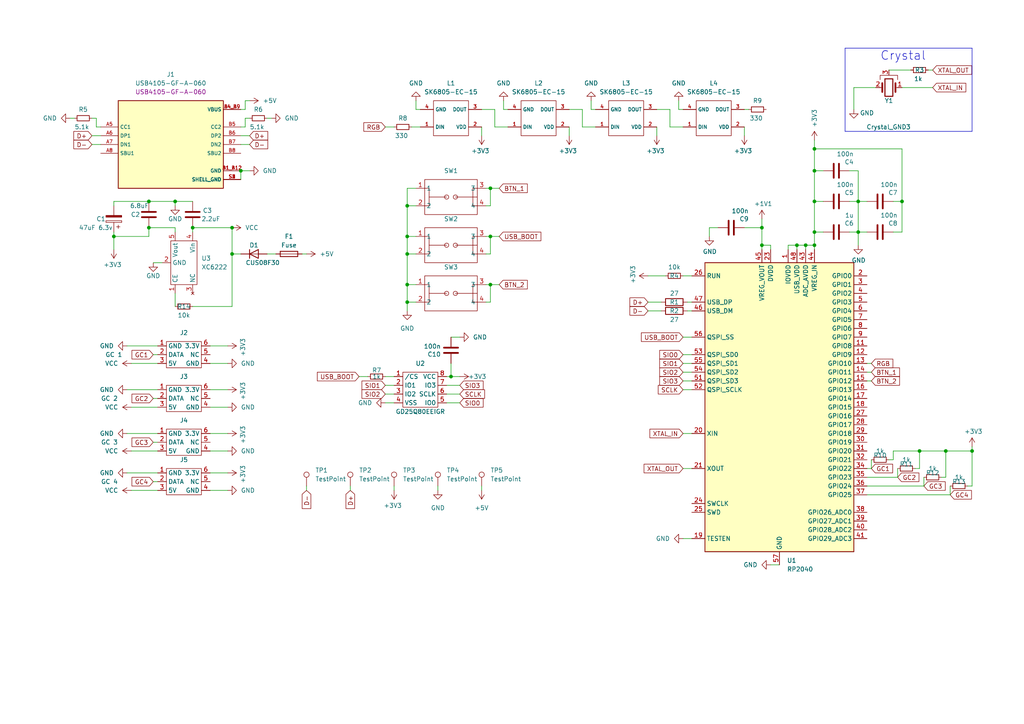
<source format=kicad_sch>
(kicad_sch (version 20230121) (generator eeschema)
  (paper "A4")
  (lib_symbols
    (symbol "Connector:TestPoint" (pin_numbers hide) (pin_names (offset 0.762) hide)
      (property "Reference" "TP" (at 0 6.858 0))
      (property "Value" "TestPoint" (at 0 5.08 0))
      (symbol "TestPoint_0_1"
        (circle (center 0 3.302) (radius 0.762))
      )
      (symbol "TestPoint_1_1"
        (pin passive line (at 0 0 90) (length 2.54) (name "1") (number "1"))
      )
    )
    (symbol "Device:C" (pin_numbers hide) (pin_names (offset 0.254))
      (property "Reference" "C" (at 0.635 2.54 0))
      (property "Value" "C" (at 0.635 -2.54 0))
      (symbol "C_0_1"
        (polyline (pts (xy -2.032 -0.762) (xy 2.032 -0.762)) (stroke (width 0.508)))
        (polyline (pts (xy -2.032 0.762) (xy 2.032 0.762)) (stroke (width 0.508)))
      )
      (symbol "C_1_1"
        (pin passive line (at 0 3.81 270) (length 2.794) (name "~") (number "1"))
        (pin passive line (at 0 -3.81 90) (length 2.794) (name "~") (number "2"))
      )
    )
    (symbol "Device:C_Polarized" (pin_numbers hide) (pin_names (offset 0.254))
      (property "Reference" "C" (at 0.635 2.54 0))
      (property "Value" "C_Polarized" (at 0.635 -2.54 0))
      (symbol "C_Polarized_0_1"
        (rectangle (start -2.286 0.508) (end 2.286 1.016))
        (polyline (pts (xy -1.778 2.286) (xy -0.762 2.286)))
        (polyline (pts (xy -1.27 2.794) (xy -1.27 1.778)))
        (rectangle (start 2.286 -0.508) (end -2.286 -1.016) (fill (type outline)))
      )
      (symbol "C_Polarized_1_1"
        (pin passive line (at 0 3.81 270) (length 2.794) (name "~") (number "1"))
        (pin passive line (at 0 -3.81 90) (length 2.794) (name "~") (number "2"))
      )
    )
    (symbol "Device:Crystal_GND3" (pin_names (offset 1.016) hide)
      (property "Reference" "Y" (at 0 5.715 0))
      (property "Value" "Crystal_GND3" (at 0 3.81 0))
      (symbol "Crystal_GND3_0_1"
        (rectangle (start -1.143 2.54) (end 1.143 -2.54) (stroke (width 0.3048)))
        (polyline (pts (xy -2.54 0) (xy -1.905 0)))
        (polyline (pts (xy -1.905 -1.27) (xy -1.905 1.27)) (stroke (width 0.508)))
        (polyline (pts (xy 0 -3.81) (xy 0 -3.556)))
        (polyline (pts (xy 1.905 0) (xy 2.54 0)))
        (polyline (pts (xy 1.905 1.27) (xy 1.905 -1.27)) (stroke (width 0.508)))
        (polyline (pts (xy -2.54 -2.286) (xy -2.54 -3.556) (xy 2.54 -3.556) (xy 2.54 -2.286)))
      )
      (symbol "Crystal_GND3_1_1"
        (pin passive line (at -3.81 0 0) (length 1.27) (name "1") (number "1"))
        (pin passive line (at 3.81 0 180) (length 1.27) (name "2") (number "2"))
        (pin passive line (at 0 -5.08 90) (length 1.27) (name "3") (number "3"))
      )
    )
    (symbol "Device:Fuse" (pin_numbers hide) (pin_names (offset 0))
      (property "Reference" "F" (at 2.032 0 90))
      (property "Value" "Fuse" (at -1.905 0 90))
      (symbol "Fuse_0_1"
        (rectangle (start -0.762 -2.54) (end 0.762 2.54) (stroke (width 0.254)))
        (polyline (pts (xy 0 2.54) (xy 0 -2.54)))
      )
      (symbol "Fuse_1_1"
        (pin passive line (at 0 3.81 270) (length 1.27) (name "~") (number "1"))
        (pin passive line (at 0 -3.81 90) (length 1.27) (name "~") (number "2"))
      )
    )
    (symbol "Device:R" (pin_numbers hide) (pin_names (offset 0))
      (property "Reference" "R" (at 2.032 0 90))
      (property "Value" "R" (at 0 0 90))
      (symbol "R_0_1"
        (rectangle (start -1.016 -2.54) (end 1.016 2.54) (stroke (width 0.254)))
      )
      (symbol "R_1_1"
        (pin passive line (at 0 3.81 270) (length 1.27) (name "~") (number "1"))
        (pin passive line (at 0 -3.81 90) (length 1.27) (name "~") (number "2"))
      )
    )
    (symbol "Device:R_Small" (pin_numbers hide) (pin_names (offset 0.254) hide)
      (property "Reference" "R" (at 0.762 0.508 0))
      (property "Value" "R_Small" (at 0.762 -1.016 0))
      (symbol "R_Small_0_1"
        (rectangle (start -0.762 1.778) (end 0.762 -1.778) (stroke (width 0.2032)))
      )
      (symbol "R_Small_1_1"
        (pin passive line (at 0 2.54 270) (length 0.762) (name "~") (number "1"))
        (pin passive line (at 0 -2.54 90) (length 0.762) (name "~") (number "2"))
      )
    )
    (symbol "MCU_RaspberryPi:RP2040"
      (property "Reference" "U" (at 17.78 45.72 0))
      (property "Value" "RP2040" (at 17.78 43.18 0))
      (symbol "RP2040_0_1"
        (rectangle (start -21.59 41.91) (end 21.59 -41.91) (stroke (width 0.254)) (fill (type background)))
      )
      (symbol "RP2040_1_1"
        (pin power_in line (at 2.54 45.72 270) (length 3.81) (name "IOVDD") (number "1"))
        (pin passive line (at 2.54 45.72 270) (length 3.81) hide (name "IOVDD") (number "10"))
        (pin bidirectional line (at 25.4 17.78 180) (length 3.81) (name "GPIO8") (number "11"))
        (pin bidirectional line (at 25.4 15.24 180) (length 3.81) (name "GPIO9") (number "12"))
        (pin bidirectional line (at 25.4 12.7 180) (length 3.81) (name "GPIO10") (number "13"))
        (pin bidirectional line (at 25.4 10.16 180) (length 3.81) (name "GPIO11") (number "14"))
        (pin bidirectional line (at 25.4 7.62 180) (length 3.81) (name "GPIO12") (number "15"))
        (pin bidirectional line (at 25.4 5.08 180) (length 3.81) (name "GPIO13") (number "16"))
        (pin bidirectional line (at 25.4 2.54 180) (length 3.81) (name "GPIO14") (number "17"))
        (pin bidirectional line (at 25.4 0 180) (length 3.81) (name "GPIO15") (number "18"))
        (pin input line (at -25.4 -38.1 0) (length 3.81) (name "TESTEN") (number "19"))
        (pin bidirectional line (at 25.4 38.1 180) (length 3.81) (name "GPIO0") (number "2"))
        (pin input line (at -25.4 -7.62 0) (length 3.81) (name "XIN") (number "20"))
        (pin passive line (at -25.4 -17.78 0) (length 3.81) (name "XOUT") (number "21"))
        (pin passive line (at 2.54 45.72 270) (length 3.81) hide (name "IOVDD") (number "22"))
        (pin power_in line (at -2.54 45.72 270) (length 3.81) (name "DVDD") (number "23"))
        (pin input line (at -25.4 -27.94 0) (length 3.81) (name "SWCLK") (number "24"))
        (pin bidirectional line (at -25.4 -30.48 0) (length 3.81) (name "SWD") (number "25"))
        (pin input line (at -25.4 38.1 0) (length 3.81) (name "RUN") (number "26"))
        (pin bidirectional line (at 25.4 -2.54 180) (length 3.81) (name "GPIO16") (number "27"))
        (pin bidirectional line (at 25.4 -5.08 180) (length 3.81) (name "GPIO17") (number "28"))
        (pin bidirectional line (at 25.4 -7.62 180) (length 3.81) (name "GPIO18") (number "29"))
        (pin bidirectional line (at 25.4 35.56 180) (length 3.81) (name "GPIO1") (number "3"))
        (pin bidirectional line (at 25.4 -10.16 180) (length 3.81) (name "GPIO19") (number "30"))
        (pin bidirectional line (at 25.4 -12.7 180) (length 3.81) (name "GPIO20") (number "31"))
        (pin bidirectional line (at 25.4 -15.24 180) (length 3.81) (name "GPIO21") (number "32"))
        (pin passive line (at 2.54 45.72 270) (length 3.81) hide (name "IOVDD") (number "33"))
        (pin bidirectional line (at 25.4 -17.78 180) (length 3.81) (name "GPIO22") (number "34"))
        (pin bidirectional line (at 25.4 -20.32 180) (length 3.81) (name "GPIO23") (number "35"))
        (pin bidirectional line (at 25.4 -22.86 180) (length 3.81) (name "GPIO24") (number "36"))
        (pin bidirectional line (at 25.4 -25.4 180) (length 3.81) (name "GPIO25") (number "37"))
        (pin bidirectional line (at 25.4 -30.48 180) (length 3.81) (name "GPIO26_ADC0") (number "38"))
        (pin bidirectional line (at 25.4 -33.02 180) (length 3.81) (name "GPIO27_ADC1") (number "39"))
        (pin bidirectional line (at 25.4 33.02 180) (length 3.81) (name "GPIO2") (number "4"))
        (pin bidirectional line (at 25.4 -35.56 180) (length 3.81) (name "GPIO28_ADC2") (number "40"))
        (pin bidirectional line (at 25.4 -38.1 180) (length 3.81) (name "GPIO29_ADC3") (number "41"))
        (pin passive line (at 2.54 45.72 270) (length 3.81) hide (name "IOVDD") (number "42"))
        (pin power_in line (at 7.62 45.72 270) (length 3.81) (name "ADC_AVDD") (number "43"))
        (pin power_in line (at 10.16 45.72 270) (length 3.81) (name "VREG_IN") (number "44"))
        (pin power_out line (at -5.08 45.72 270) (length 3.81) (name "VREG_VOUT") (number "45"))
        (pin bidirectional line (at -25.4 27.94 0) (length 3.81) (name "USB_DM") (number "46"))
        (pin bidirectional line (at -25.4 30.48 0) (length 3.81) (name "USB_DP") (number "47"))
        (pin power_in line (at 5.08 45.72 270) (length 3.81) (name "USB_VDD") (number "48"))
        (pin passive line (at 2.54 45.72 270) (length 3.81) hide (name "IOVDD") (number "49"))
        (pin bidirectional line (at 25.4 30.48 180) (length 3.81) (name "GPIO3") (number "5"))
        (pin passive line (at -2.54 45.72 270) (length 3.81) hide (name "DVDD") (number "50"))
        (pin bidirectional line (at -25.4 7.62 0) (length 3.81) (name "QSPI_SD3") (number "51"))
        (pin output line (at -25.4 5.08 0) (length 3.81) (name "QSPI_SCLK") (number "52"))
        (pin bidirectional line (at -25.4 15.24 0) (length 3.81) (name "QSPI_SD0") (number "53"))
        (pin bidirectional line (at -25.4 10.16 0) (length 3.81) (name "QSPI_SD2") (number "54"))
        (pin bidirectional line (at -25.4 12.7 0) (length 3.81) (name "QSPI_SD1") (number "55"))
        (pin bidirectional line (at -25.4 20.32 0) (length 3.81) (name "QSPI_SS") (number "56"))
        (pin power_in line (at 0 -45.72 90) (length 3.81) (name "GND") (number "57"))
        (pin bidirectional line (at 25.4 27.94 180) (length 3.81) (name "GPIO4") (number "6"))
        (pin bidirectional line (at 25.4 25.4 180) (length 3.81) (name "GPIO5") (number "7"))
        (pin bidirectional line (at 25.4 22.86 180) (length 3.81) (name "GPIO6") (number "8"))
        (pin bidirectional line (at 25.4 20.32 180) (length 3.81) (name "GPIO7") (number "9"))
      )
    )
    (symbol "gcp2:SK6805-EC-15"
      (property "Reference" "L" (at 0 -7.62 0))
      (property "Value" "SK6805-EC-15" (at 0 -10.16 0))
      (symbol "SK6805-EC-15_0_0"
        (pin input line (at -8.89 -2.54 0) (length 3.81) (name "DIN") (number "1"))
        (pin power_in line (at 8.89 -2.54 180) (length 3.81) (name "VDD") (number "2"))
        (pin output line (at 8.89 2.54 180) (length 3.81) (name "DOUT") (number "3"))
        (pin power_in line (at -8.89 2.54 0) (length 3.81) (name "GND") (number "4"))
      )
      (symbol "SK6805-EC-15_0_1"
        (polyline (pts (xy -5.08 2.54) (xy -5.08 5.08) (xy 5.08 5.08) (xy 5.08 -5.08) (xy -5.08 -5.08) (xy -5.08 2.54)))
      )
    )
    (symbol "hhl:1TS026A-1000-0550"
      (property "Reference" "U" (at 0 -6.35 0))
      (property "Value" "1TS026A-1000-0550" (at 0 6.35 0))
      (symbol "1TS026A-1000-0550_0_1"
        (rectangle (start -7.62 5.08) (end 7.62 -5.08))
        (circle (center -1.27 0) (radius 0.6087))
        (polyline (pts (xy -6.35 0) (xy -1.27 0)))
        (polyline (pts (xy 1.27 0) (xy 7.62 0)))
        (polyline (pts (xy -7.62 2.54) (xy -6.35 2.54) (xy -6.35 0) (xy -6.35 -2.54) (xy -7.62 -2.54)))
        (polyline (pts (xy 7.62 2.54) (xy 6.35 2.54) (xy 6.35 0) (xy 6.35 -2.54) (xy 7.62 -2.54)))
        (circle (center 1.27 0) (radius 0.6087))
      )
      (symbol "1TS026A-1000-0550_1_1"
        (pin input line (at -10.16 2.54 0) (length 2.54) (name "1") (number "1"))
        (pin input line (at -10.16 -2.54 0) (length 2.54) (name "2") (number "2"))
        (pin input line (at 10.16 2.54 180) (length 2.54) (name "3") (number "3"))
        (pin input line (at 10.16 -2.54 180) (length 2.54) (name "4") (number "4"))
      )
    )
    (symbol "hhl:CUS08F30" (pin_numbers hide) (pin_names (offset 1.016) hide)
      (property "Reference" "D" (at 0 2.54 0))
      (property "Value" "CUS08F30" (at 0 -2.54 0))
      (symbol "CUS08F30_0_1"
        (polyline (pts (xy -1.27 1.27) (xy -1.27 -1.27)) (stroke (width 0.254)))
        (polyline (pts (xy 1.27 0) (xy -1.27 0)))
        (polyline (pts (xy 1.27 1.27) (xy 1.27 -1.27) (xy -1.27 0) (xy 1.27 1.27)) (stroke (width 0.254)))
      )
      (symbol "CUS08F30_1_1"
        (pin passive line (at -3.81 0 0) (length 2.54) (name "K") (number "1"))
        (pin passive line (at 3.81 0 180) (length 2.54) (name "A") (number "2"))
      )
    )
    (symbol "hhl:GD25Q80EEIGR"
      (property "Reference" "U2" (at -0.0149 7.62 0))
      (symbol "GD25Q80EEIGR_0_1"
        (rectangle (start -5.08 5.08) (end 5.08 -5.08))
      )
      (symbol "GD25Q80EEIGR_1_1"
        (pin input line (at -7.62 3.81 0) (length 2.54) (name "/CS") (number "1"))
        (pin input line (at -7.62 1.27 0) (length 2.54) (name "IO1") (number "2"))
        (pin input line (at -7.62 -1.27 0) (length 2.54) (name "IO2") (number "3"))
        (pin input line (at -7.62 -3.81 0) (length 2.54) (name "VSS") (number "4"))
        (pin input line (at 7.62 -3.81 180) (length 2.54) (name "IO0") (number "5"))
        (pin input line (at 7.62 -1.27 180) (length 2.54) (name "SCLK") (number "6"))
        (pin input line (at 7.62 1.27 180) (length 2.54) (name "IO3") (number "7"))
        (pin input line (at 7.62 3.81 180) (length 2.54) (name "VCC") (number "8"))
      )
    )
    (symbol "hhl:GameCubeHeader" (in_bom no)
      (property "Reference" "J" (at 0 -6.35 0))
      (property "Value" "GC Port" (at 0 5.08 0))
      (symbol "GameCubeHeader_0_1"
        (polyline (pts (xy -5.08 2.54) (xy -5.08 3.81) (xy 5.08 3.81) (xy 5.08 -3.81) (xy -5.08 -3.81) (xy -5.08 2.54)))
      )
      (symbol "GameCubeHeader_1_1"
        (pin input line (at -7.62 2.54 0) (length 2.54) (name "GND") (number "1"))
        (pin input line (at -7.62 0 0) (length 2.54) (name "DATA") (number "2"))
        (pin input line (at -7.62 -2.54 0) (length 2.54) (name "5V") (number "3"))
        (pin input line (at 7.62 -2.54 180) (length 2.54) (name "GND") (number "4"))
        (pin input line (at 7.62 0 180) (length 2.54) (name "NC") (number "5"))
        (pin input line (at 7.62 2.54 180) (length 2.54) (name "3.3V") (number "6"))
      )
    )
    (symbol "hhl:USB4105-GF-A-060"
      (property "Reference" "J" (at 0 -15.24 0))
      (property "Value" "USB4105-GF-A-060" (at -1.27 -17.78 0))
      (property "MPN" "USB4105-GF-A-060" (at 0 13.97 0))
      (symbol "USB4105-GF-A-060_0_0"
        (rectangle (start -15.24 -12.7) (end 15.24 12.7) (stroke (width 0.254)) (fill (type background)))
        (pin power_in line (at 20.32 -7.62 180) (length 5.08) (name "GND") (number "A1_B12"))
        (pin power_in line (at 20.32 10.16 180) (length 5.08) (name "VBUS") (number "A4_B9"))
        (pin bidirectional line (at -20.32 5.08 0) (length 5.08) (name "CC1") (number "A5"))
        (pin bidirectional line (at -20.32 2.54 0) (length 5.08) (name "DP1") (number "A6"))
        (pin bidirectional line (at -20.32 0 0) (length 5.08) (name "DN1") (number "A7"))
        (pin bidirectional line (at -20.32 -2.54 0) (length 5.08) (name "SBU1") (number "A8"))
        (pin power_in line (at 20.32 -7.62 180) (length 5.08) (name "GND") (number "B1_A12"))
        (pin power_in line (at 20.32 10.16 180) (length 5.08) (name "VBUS") (number "B4_A9"))
        (pin bidirectional line (at 20.32 5.08 180) (length 5.08) (name "CC2") (number "B5"))
        (pin bidirectional line (at 20.32 2.54 180) (length 5.08) (name "DP2") (number "B6"))
        (pin bidirectional line (at 20.32 0 180) (length 5.08) (name "DN2") (number "B7"))
        (pin bidirectional line (at 20.32 -2.54 180) (length 5.08) (name "SBU2") (number "B8"))
        (pin power_in line (at 20.32 -10.16 180) (length 5.08) (name "SHELL_GND") (number "S1"))
        (pin power_in line (at 20.32 -10.16 180) (length 5.08) (name "SHELL_GND") (number "S2"))
        (pin power_in line (at 20.32 -10.16 180) (length 5.08) (name "SHELL_GND") (number "S3"))
        (pin power_in line (at 20.32 -10.16 180) (length 5.08) (name "SHELL_GND") (number "S4"))
      )
    )
    (symbol "hhl:XC6222B331PR-G"
      (property "Reference" "U" (at 3.81 -5.08 0))
      (property "Value" "XC6222" (at -2.54 -5.08 0))
      (symbol "XC6222B331PR-G_0_1"
        (rectangle (start -6.35 3.81) (end 6.35 -3.81))
      )
      (symbol "XC6222B331PR-G_1_1"
        (pin power_out line (at -8.89 2.54 0) (length 2.54) (name "CE") (number "1"))
        (pin power_in line (at 0 6.35 270) (length 2.54) (name "GND") (number "2"))
        (pin no_connect line (at -8.89 -2.54 0) (length 2.54) (name "NC") (number "3"))
        (pin input line (at 8.89 -2.54 180) (length 2.54) (name "Vin") (number "4"))
        (pin input line (at 8.89 2.54 180) (length 2.54) (name "Vout") (number "5"))
      )
    )
    (symbol "power:+1V1" (power) (pin_names (offset 0))
      (property "Value" "+1V1" (at 0 3.556 0))
      (symbol "+1V1_0_1"
        (polyline (pts (xy -0.762 1.27) (xy 0 2.54)))
        (polyline (pts (xy 0 0) (xy 0 2.54)))
        (polyline (pts (xy 0 2.54) (xy 0.762 1.27)))
      )
      (symbol "+1V1_1_1"
        (pin power_in line (at 0 0 90) (length 0) hide (name "+1V1") (number "1"))
      )
    )
    (symbol "power:+3V3" (power) (pin_names (offset 0))
      (property "Value" "+3V3" (at 0 3.556 0))
      (symbol "+3V3_0_1"
        (polyline (pts (xy -0.762 1.27) (xy 0 2.54)))
        (polyline (pts (xy 0 0) (xy 0 2.54)))
        (polyline (pts (xy 0 2.54) (xy 0.762 1.27)))
      )
      (symbol "+3V3_1_1"
        (pin power_in line (at 0 0 90) (length 0) hide (name "+3V3") (number "1"))
      )
    )
    (symbol "power:+5V" (power) (pin_names (offset 0))
      (property "Value" "+5V" (at 0 3.556 0))
      (symbol "+5V_0_1"
        (polyline (pts (xy -0.762 1.27) (xy 0 2.54)))
        (polyline (pts (xy 0 0) (xy 0 2.54)))
        (polyline (pts (xy 0 2.54) (xy 0.762 1.27)))
      )
      (symbol "+5V_1_1"
        (pin power_in line (at 0 0 90) (length 0) hide (name "+5V") (number "1"))
      )
    )
    (symbol "power:GND" (power) (pin_names (offset 0))
      (property "Value" "GND" (at 0 -3.81 0))
      (symbol "GND_0_1"
        (polyline (pts (xy 0 0) (xy 0 -1.27) (xy 1.27 -1.27) (xy 0 -2.54) (xy -1.27 -1.27) (xy 0 -1.27)))
      )
      (symbol "GND_1_1"
        (pin power_in line (at 0 0 270) (length 0) hide (name "GND") (number "1"))
      )
    )
    (symbol "power:VCC" (power) (pin_names (offset 0))
      (property "Value" "VCC" (at 0 3.81 0))
      (symbol "VCC_0_1"
        (polyline (pts (xy -0.762 1.27) (xy 0 2.54)))
        (polyline (pts (xy 0 0) (xy 0 2.54)))
        (polyline (pts (xy 0 2.54) (xy 0.762 1.27)))
      )
      (symbol "VCC_1_1"
        (pin power_in line (at 0 0 90) (length 0) hide (name "VCC") (number "1"))
      )
    )
  )
  (junction (at 236.22 71.12))
  (junction (at 236.22 67.31))
  (junction (at 233.68 71.12))
  (junction (at 236.22 43.18))
  (junction (at 118.11 87.63))
  (junction (at 118.11 68.58))
  (junction (at 142.24 54.61))
  (junction (at 248.92 58.42))
  (junction (at 142.24 68.58))
  (junction (at 248.92 67.31))
  (junction (at 274.32 130.81))
  (junction (at 130.81 109.22))
  (junction (at 142.24 82.55))
  (junction (at 118.11 82.55))
  (junction (at 50.8 58.42))
  (junction (at 55.88 66.04))
  (junction (at 67.31 73.66))
  (junction (at 220.98 66.04))
  (junction (at 43.18 58.42))
  (junction (at 69.85 49.53))
  (junction (at 118.11 59.69))
  (junction (at 231.14 71.12))
  (junction (at 236.22 49.53))
  (junction (at 67.31 66.04))
  (junction (at 266.7 130.81))
  (junction (at 118.11 73.66))
  (junction (at 43.18 66.04))
  (junction (at 220.98 71.12))
  (junction (at 236.22 58.42))
  (junction (at 261.62 58.42))
  (junction (at 33.02 68.58))
  (junction (at 281.94 130.81))
  (wire (pts (xy 146.05 31.75) (xy 147.32 31.75)))
  (wire (pts (xy 236.22 43.18) (xy 236.22 49.53)))
  (wire (pts (xy 143.51 36.83) (xy 147.32 36.83)))
  (wire (pts (xy 198.12 110.49) (xy 200.66 110.49)))
  (wire (pts (xy 69.85 49.53) (xy 72.39 49.53)))
  (wire (pts (xy 199.39 87.63) (xy 200.66 87.63)))
  (wire (pts (xy 33.02 68.58) (xy 33.02 72.39)))
  (wire (pts (xy 33.02 58.42) (xy 33.02 59.69)))
  (wire (pts (xy 55.88 66.04) (xy 67.31 66.04)))
  (wire (pts (xy 129.54 114.3) (xy 133.35 114.3)))
  (wire (pts (xy 60.96 137.16) (xy 66.04 137.16)))
  (wire (pts (xy 198.12 113.03) (xy 200.66 113.03)))
  (wire (pts (xy 120.65 29.21) (xy 120.65 31.75)))
  (wire (pts (xy 220.98 66.04) (xy 220.98 71.12)))
  (wire (pts (xy 248.92 58.42) (xy 248.92 67.31)))
  (wire (pts (xy 38.1 142.24) (xy 45.72 142.24)))
  (wire (pts (xy 236.22 49.53) (xy 236.22 58.42)))
  (wire (pts (xy 130.81 105.41) (xy 130.81 109.22)))
  (wire (pts (xy 55.88 88.9) (xy 67.31 88.9)))
  (wire (pts (xy 198.12 135.89) (xy 200.66 135.89)))
  (wire (pts (xy 196.85 31.75) (xy 198.12 31.75)))
  (wire (pts (xy 118.11 82.55) (xy 118.11 87.63)))
  (wire (pts (xy 50.8 58.42) (xy 43.18 58.42)))
  (wire (pts (xy 43.18 68.58) (xy 33.02 68.58)))
  (wire (pts (xy 38.1 105.41) (xy 45.72 105.41)))
  (wire (pts (xy 119.38 36.83) (xy 121.92 36.83)))
  (wire (pts (xy 120.65 82.55) (xy 118.11 82.55)))
  (wire (pts (xy 236.22 58.42) (xy 236.22 67.31)))
  (wire (pts (xy 55.88 58.42) (xy 50.8 58.42)))
  (wire (pts (xy 118.11 59.69) (xy 118.11 68.58)))
  (wire (pts (xy 71.12 36.83) (xy 69.85 36.83)))
  (wire (pts (xy 60.96 113.03) (xy 66.04 113.03)))
  (wire (pts (xy 87.63 73.66) (xy 88.9 73.66)))
  (wire (pts (xy 27.94 36.83) (xy 29.21 36.83)))
  (wire (pts (xy 139.7 140.97) (xy 139.7 142.24)))
  (wire (pts (xy 142.24 54.61) (xy 140.97 54.61)))
  (wire (pts (xy 60.96 105.41) (xy 66.04 105.41)))
  (wire (pts (xy 129.54 116.84) (xy 133.35 116.84)))
  (wire (pts (xy 67.31 66.04) (xy 67.31 73.66)))
  (wire (pts (xy 215.9 31.75) (xy 217.17 31.75)))
  (wire (pts (xy 111.76 111.76) (xy 114.3 111.76)))
  (wire (pts (xy 118.11 68.58) (xy 118.11 73.66)))
  (wire (pts (xy 259.08 133.35) (xy 257.81 133.35)))
  (wire (pts (xy 199.39 90.17) (xy 200.66 90.17)))
  (wire (pts (xy 251.46 143.51) (xy 275.59 143.51)))
  (wire (pts (xy 187.96 80.01) (xy 193.04 80.01)))
  (wire (pts (xy 120.65 73.66) (xy 118.11 73.66)))
  (wire (pts (xy 251.46 107.95) (xy 252.73 107.95)))
  (wire (pts (xy 139.7 36.83) (xy 139.7 39.37)))
  (wire (pts (xy 130.81 109.22) (xy 133.35 109.22)))
  (wire (pts (xy 118.11 73.66) (xy 118.11 82.55)))
  (wire (pts (xy 142.24 68.58) (xy 142.24 73.66)))
  (wire (pts (xy 142.24 73.66) (xy 140.97 73.66)))
  (wire (pts (xy 261.62 58.42) (xy 261.62 67.31)))
  (wire (pts (xy 223.52 71.12) (xy 223.52 72.39)))
  (polyline (pts (xy 281.94 38.1) (xy 245.11 38.1)))
  (wire (pts (xy 259.08 58.42) (xy 261.62 58.42)))
  (wire (pts (xy 246.38 58.42) (xy 248.92 58.42)))
  (wire (pts (xy 129.54 111.76) (xy 133.35 111.76)))
  (wire (pts (xy 142.24 82.55) (xy 140.97 82.55)))
  (wire (pts (xy 60.96 118.11) (xy 66.04 118.11)))
  (wire (pts (xy 142.24 87.63) (xy 140.97 87.63)))
  (wire (pts (xy 205.74 66.04) (xy 205.74 68.58)))
  (wire (pts (xy 248.92 67.31) (xy 248.92 71.12)))
  (wire (pts (xy 275.59 140.97) (xy 275.59 143.51)))
  (wire (pts (xy 60.96 100.33) (xy 66.04 100.33)))
  (wire (pts (xy 236.22 40.64) (xy 236.22 43.18)))
  (wire (pts (xy 36.83 125.73) (xy 45.72 125.73)))
  (wire (pts (xy 215.9 36.83) (xy 215.9 39.37)))
  (wire (pts (xy 60.96 125.73) (xy 66.04 125.73)))
  (wire (pts (xy 238.76 49.53) (xy 236.22 49.53)))
  (wire (pts (xy 69.85 73.66) (xy 67.31 73.66)))
  (wire (pts (xy 190.5 31.75) (xy 194.31 31.75)))
  (wire (pts (xy 198.12 80.01) (xy 200.66 80.01)))
  (wire (pts (xy 236.22 71.12) (xy 236.22 72.39)))
  (wire (pts (xy 71.12 34.29) (xy 72.39 34.29)))
  (wire (pts (xy 274.32 130.81) (xy 274.32 138.43)))
  (polyline (pts (xy 245.11 13.97) (xy 281.94 13.97)))
  (wire (pts (xy 233.68 71.12) (xy 236.22 71.12)))
  (wire (pts (xy 247.65 25.4) (xy 254 25.4)))
  (wire (pts (xy 139.7 31.75) (xy 143.51 31.75)))
  (wire (pts (xy 228.6 71.12) (xy 231.14 71.12)))
  (wire (pts (xy 196.85 29.21) (xy 196.85 31.75)))
  (wire (pts (xy 259.08 133.35) (xy 259.08 130.81)))
  (wire (pts (xy 208.28 66.04) (xy 205.74 66.04)))
  (wire (pts (xy 111.76 109.22) (xy 114.3 109.22)))
  (wire (pts (xy 247.65 25.4) (xy 247.65 31.75)))
  (wire (pts (xy 168.91 31.75) (xy 168.91 36.83)))
  (wire (pts (xy 251.46 135.89) (xy 252.73 135.89)))
  (wire (pts (xy 246.38 49.53) (xy 248.92 49.53)))
  (wire (pts (xy 44.45 128.27) (xy 45.72 128.27)))
  (wire (pts (xy 146.05 29.21) (xy 146.05 31.75)))
  (polyline (pts (xy 281.94 13.97) (xy 281.94 38.1)))
  (wire (pts (xy 198.12 97.79) (xy 200.66 97.79)))
  (wire (pts (xy 111.76 114.3) (xy 114.3 114.3)))
  (wire (pts (xy 236.22 67.31) (xy 238.76 67.31)))
  (wire (pts (xy 130.81 97.79) (xy 133.35 97.79)))
  (wire (pts (xy 120.65 31.75) (xy 121.92 31.75)))
  (wire (pts (xy 142.24 82.55) (xy 142.24 87.63)))
  (wire (pts (xy 44.45 139.7) (xy 45.72 139.7)))
  (wire (pts (xy 236.22 67.31) (xy 236.22 71.12)))
  (wire (pts (xy 142.24 54.61) (xy 142.24 59.69)))
  (wire (pts (xy 165.1 31.75) (xy 168.91 31.75)))
  (wire (pts (xy 281.94 129.54) (xy 281.94 130.81)))
  (wire (pts (xy 261.62 43.18) (xy 236.22 43.18)))
  (wire (pts (xy 118.11 87.63) (xy 120.65 87.63)))
  (wire (pts (xy 118.11 90.17) (xy 118.11 87.63)))
  (wire (pts (xy 215.9 66.04) (xy 220.98 66.04)))
  (wire (pts (xy 69.85 39.37) (xy 72.39 39.37)))
  (wire (pts (xy 220.98 63.5) (xy 220.98 66.04)))
  (wire (pts (xy 26.67 39.37) (xy 29.21 39.37)))
  (wire (pts (xy 77.47 73.66) (xy 80.01 73.66)))
  (wire (pts (xy 44.45 76.2) (xy 46.99 76.2)))
  (wire (pts (xy 281.94 130.81) (xy 281.94 140.97)))
  (wire (pts (xy 190.5 36.83) (xy 190.5 39.37)))
  (wire (pts (xy 142.24 68.58) (xy 140.97 68.58)))
  (wire (pts (xy 36.83 100.33) (xy 45.72 100.33)))
  (wire (pts (xy 50.8 66.04) (xy 43.18 66.04)))
  (wire (pts (xy 50.8 85.09) (xy 50.8 88.9)))
  (wire (pts (xy 71.12 31.75) (xy 69.85 31.75)))
  (wire (pts (xy 44.45 115.57) (xy 45.72 115.57)))
  (wire (pts (xy 69.85 41.91) (xy 72.39 41.91)))
  (wire (pts (xy 120.65 54.61) (xy 118.11 54.61)))
  (wire (pts (xy 233.68 71.12) (xy 233.68 72.39)))
  (wire (pts (xy 50.8 59.69) (xy 50.8 58.42)))
  (wire (pts (xy 71.12 29.21) (xy 71.12 31.75)))
  (wire (pts (xy 120.65 68.58) (xy 118.11 68.58)))
  (wire (pts (xy 198.12 105.41) (xy 200.66 105.41)))
  (wire (pts (xy 260.35 135.89) (xy 260.35 138.43)))
  (wire (pts (xy 50.8 67.31) (xy 50.8 66.04)))
  (wire (pts (xy 171.45 29.21) (xy 171.45 31.75)))
  (wire (pts (xy 198.12 107.95) (xy 200.66 107.95)))
  (wire (pts (xy 171.45 31.75) (xy 172.72 31.75)))
  (wire (pts (xy 236.22 58.42) (xy 238.76 58.42)))
  (wire (pts (xy 33.02 67.31) (xy 33.02 68.58)))
  (wire (pts (xy 267.97 138.43) (xy 267.97 140.97)))
  (wire (pts (xy 251.46 110.49) (xy 252.73 110.49)))
  (wire (pts (xy 231.14 71.12) (xy 233.68 71.12)))
  (wire (pts (xy 36.83 113.03) (xy 45.72 113.03)))
  (wire (pts (xy 142.24 82.55) (xy 144.78 82.55)))
  (wire (pts (xy 77.47 34.29) (xy 78.74 34.29)))
  (wire (pts (xy 114.3 140.97) (xy 114.3 142.24)))
  (wire (pts (xy 191.77 90.17) (xy 187.96 90.17)))
  (wire (pts (xy 273.05 138.43) (xy 274.32 138.43)))
  (wire (pts (xy 26.67 41.91) (xy 29.21 41.91)))
  (wire (pts (xy 266.7 130.81) (xy 274.32 130.81)))
  (wire (pts (xy 251.46 105.41) (xy 252.73 105.41)))
  (wire (pts (xy 101.6 140.97) (xy 101.6 142.24)))
  (wire (pts (xy 26.67 34.29) (xy 27.94 34.29)))
  (wire (pts (xy 198.12 156.21) (xy 200.66 156.21)))
  (wire (pts (xy 266.7 135.89) (xy 266.7 130.81)))
  (wire (pts (xy 248.92 49.53) (xy 248.92 58.42)))
  (wire (pts (xy 248.92 67.31) (xy 246.38 67.31)))
  (wire (pts (xy 231.14 71.12) (xy 231.14 72.39)))
  (wire (pts (xy 143.51 31.75) (xy 143.51 36.83)))
  (wire (pts (xy 27.94 34.29) (xy 27.94 36.83)))
  (wire (pts (xy 36.83 137.16) (xy 45.72 137.16)))
  (wire (pts (xy 194.31 31.75) (xy 194.31 36.83)))
  (wire (pts (xy 165.1 36.83) (xy 165.1 39.37)))
  (wire (pts (xy 261.62 25.4) (xy 270.51 25.4)))
  (polyline (pts (xy 245.11 13.97) (xy 245.11 38.1)))
  (wire (pts (xy 118.11 54.61) (xy 118.11 59.69)))
  (wire (pts (xy 120.65 59.69) (xy 118.11 59.69)))
  (wire (pts (xy 55.88 67.31) (xy 55.88 66.04)))
  (wire (pts (xy 142.24 68.58) (xy 144.78 68.58)))
  (wire (pts (xy 38.1 118.11) (xy 45.72 118.11)))
  (wire (pts (xy 194.31 36.83) (xy 198.12 36.83)))
  (wire (pts (xy 38.1 130.81) (xy 45.72 130.81)))
  (wire (pts (xy 269.24 20.32) (xy 270.51 20.32)))
  (wire (pts (xy 281.94 140.97) (xy 280.67 140.97)))
  (wire (pts (xy 198.12 102.87) (xy 200.66 102.87)))
  (wire (pts (xy 111.76 36.83) (xy 114.3 36.83)))
  (wire (pts (xy 274.32 130.81) (xy 281.94 130.81)))
  (wire (pts (xy 220.98 71.12) (xy 220.98 72.39)))
  (wire (pts (xy 220.98 71.12) (xy 223.52 71.12)))
  (wire (pts (xy 127 140.97) (xy 127 142.24)))
  (wire (pts (xy 111.76 116.84) (xy 114.3 116.84)))
  (wire (pts (xy 168.91 36.83) (xy 172.72 36.83)))
  (wire (pts (xy 33.02 58.42) (xy 43.18 58.42)))
  (wire (pts (xy 104.14 109.22) (xy 106.68 109.22)))
  (wire (pts (xy 251.46 138.43) (xy 260.35 138.43)))
  (wire (pts (xy 251.46 140.97) (xy 267.97 140.97)))
  (wire (pts (xy 71.12 34.29) (xy 71.12 36.83)))
  (wire (pts (xy 67.31 88.9) (xy 67.31 73.66)))
  (wire (pts (xy 223.52 163.83) (xy 226.06 163.83)))
  (wire (pts (xy 261.62 43.18) (xy 261.62 58.42)))
  (wire (pts (xy 252.73 133.35) (xy 252.73 135.89)))
  (wire (pts (xy 142.24 59.69) (xy 140.97 59.69)))
  (wire (pts (xy 129.54 109.22) (xy 130.81 109.22)))
  (wire (pts (xy 20.32 34.29) (xy 21.59 34.29)))
  (wire (pts (xy 88.9 140.97) (xy 88.9 142.24)))
  (wire (pts (xy 259.08 130.81) (xy 266.7 130.81)))
  (wire (pts (xy 248.92 58.42) (xy 251.46 58.42)))
  (wire (pts (xy 191.77 87.63) (xy 187.96 87.63)))
  (wire (pts (xy 142.24 54.61) (xy 144.78 54.61)))
  (wire (pts (xy 60.96 142.24) (xy 66.04 142.24)))
  (wire (pts (xy 266.7 135.89) (xy 265.43 135.89)))
  (wire (pts (xy 60.96 130.81) (xy 66.04 130.81)))
  (wire (pts (xy 198.12 125.73) (xy 200.66 125.73)))
  (wire (pts (xy 228.6 72.39) (xy 228.6 71.12)))
  (wire (pts (xy 69.85 49.53) (xy 69.85 52.07)))
  (wire (pts (xy 248.92 67.31) (xy 251.46 67.31)))
  (wire (pts (xy 71.12 29.21) (xy 72.39 29.21)))
  (wire (pts (xy 44.45 102.87) (xy 45.72 102.87)))
  (wire (pts (xy 261.62 67.31) (xy 259.08 67.31)))
  (wire (pts (xy 43.18 66.04) (xy 43.18 68.58)))
  (wire (pts (xy 257.81 20.32) (xy 264.16 20.32)))
  (text "Crystal" (at 255.27 17.78 0) (effects (font (size 2.54 2.54)) (justify left bottom)))
  (global_label "GC2" (shape input) (at 260.35 138.43 0) (property "Intersheetrefs" "${INTERSHEET_REFS}" (effects hide)))
  (global_label "XTAL_IN" (shape input) (at 270.51 25.4 0) (property "Intersheetrefs" "${INTERSHEET_REFS}" (effects hide)))
  (global_label "D+" (shape input) (at 101.6 142.24 270) (property "Intersheetrefs" "${INTERSHEET_REFS}" (effects hide)))
  (global_label "GC4" (shape input) (at 44.45 139.7 180) (property "Intersheetrefs" "${INTERSHEET_REFS}" (effects hide)))
  (global_label "SCLK" (shape input) (at 198.12 113.03 180) (property "Intersheetrefs" "${INTERSHEET_REFS}" (effects hide)))
  (global_label "D+" (shape input) (at 26.67 39.37 180) (property "Intersheetrefs" "${INTERSHEET_REFS}" (effects hide)))
  (global_label "USB_BOOT" (shape input) (at 144.78 68.58 0) (property "Intersheetrefs" "${INTERSHEET_REFS}" (effects hide)))
  (global_label "D-" (shape input) (at 88.9 142.24 270) (property "Intersheetrefs" "${INTERSHEET_REFS}" (effects hide)))
  (global_label "XTAL_OUT" (shape input) (at 198.12 135.89 180) (property "Intersheetrefs" "${INTERSHEET_REFS}" (effects hide)))
  (global_label "SIO0" (shape input) (at 198.12 102.87 180) (property "Intersheetrefs" "${INTERSHEET_REFS}" (effects hide)))
  (global_label "SIO0" (shape input) (at 133.35 116.84 0) (property "Intersheetrefs" "${INTERSHEET_REFS}" (effects hide)))
  (global_label "XTAL_IN" (shape input) (at 198.12 125.73 180) (property "Intersheetrefs" "${INTERSHEET_REFS}" (effects hide)))
  (global_label "D-" (shape input) (at 72.39 41.91 0) (property "Intersheetrefs" "${INTERSHEET_REFS}" (effects hide)))
  (global_label "SIO1" (shape input) (at 198.12 105.41 180) (property "Intersheetrefs" "${INTERSHEET_REFS}" (effects hide)))
  (global_label "D+" (shape input) (at 72.39 39.37 0) (property "Intersheetrefs" "${INTERSHEET_REFS}" (effects hide)))
  (global_label "GC3" (shape input) (at 267.97 140.97 0) (property "Intersheetrefs" "${INTERSHEET_REFS}" (effects hide)))
  (global_label "D-" (shape input) (at 26.67 41.91 180) (property "Intersheetrefs" "${INTERSHEET_REFS}" (effects hide)))
  (global_label "BTN_1" (shape input) (at 144.78 54.61 0) (property "Intersheetrefs" "${INTERSHEET_REFS}" (effects hide)))
  (global_label "RGB" (shape input) (at 111.76 36.83 180) (property "Intersheetrefs" "${INTERSHEET_REFS}" (effects hide)))
  (global_label "GC1" (shape input) (at 252.73 135.89 0) (property "Intersheetrefs" "${INTERSHEET_REFS}" (effects hide)))
  (global_label "GC4" (shape input) (at 275.59 143.51 0) (property "Intersheetrefs" "${INTERSHEET_REFS}" (effects hide)))
  (global_label "USB_BOOT" (shape input) (at 104.14 109.22 180) (property "Intersheetrefs" "${INTERSHEET_REFS}" (effects hide)))
  (global_label "RGB" (shape input) (at 252.73 105.41 0) (property "Intersheetrefs" "${INTERSHEET_REFS}" (effects hide)))
  (global_label "SCLK" (shape input) (at 133.35 114.3 0) (property "Intersheetrefs" "${INTERSHEET_REFS}" (effects hide)))
  (global_label "D-" (shape input) (at 187.96 90.17 180) (property "Intersheetrefs" "${INTERSHEET_REFS}" (effects hide)))
  (global_label "BTN_2" (shape input) (at 252.73 110.49 0) (property "Intersheetrefs" "${INTERSHEET_REFS}" (effects hide)))
  (global_label "SIO2" (shape input) (at 111.76 114.3 180) (property "Intersheetrefs" "${INTERSHEET_REFS}" (effects hide)))
  (global_label "GC3" (shape input) (at 44.45 128.27 180) (property "Intersheetrefs" "${INTERSHEET_REFS}" (effects hide)))
  (global_label "SIO3" (shape input) (at 133.35 111.76 0) (property "Intersheetrefs" "${INTERSHEET_REFS}" (effects hide)))
  (global_label "GC1" (shape input) (at 44.45 102.87 180) (property "Intersheetrefs" "${INTERSHEET_REFS}" (effects hide)))
  (global_label "SIO3" (shape input) (at 198.12 110.49 180) (property "Intersheetrefs" "${INTERSHEET_REFS}" (effects hide)))
  (global_label "BTN_2" (shape input) (at 144.78 82.55 0) (property "Intersheetrefs" "${INTERSHEET_REFS}" (effects hide)))
  (global_label "USB_BOOT" (shape input) (at 198.12 97.79 180) (property "Intersheetrefs" "${INTERSHEET_REFS}" (effects hide)))
  (global_label "SIO1" (shape input) (at 111.76 111.76 180) (property "Intersheetrefs" "${INTERSHEET_REFS}" (effects hide)))
  (global_label "XTAL_OUT" (shape input) (at 270.51 20.32 0) (property "Intersheetrefs" "${INTERSHEET_REFS}" (effects hide)))
  (global_label "BTN_1" (shape input) (at 252.73 107.95 0) (property "Intersheetrefs" "${INTERSHEET_REFS}" (effects hide)))
  (global_label "SIO2" (shape input) (at 198.12 107.95 180) (property "Intersheetrefs" "${INTERSHEET_REFS}" (effects hide)))
  (global_label "D+" (shape input) (at 187.96 87.63 180) (property "Intersheetrefs" "${INTERSHEET_REFS}" (effects hide)))
  (global_label "GC2" (shape input) (at 44.45 115.57 180) (property "Intersheetrefs" "${INTERSHEET_REFS}" (effects hide)))
  (symbol (lib_id "Connector:TestPoint") (at 101.6 140.97 0) (unit 1)
    (property "Reference" "TP2" (at 104.14 136.398 0) (effects (justify left)))
    (property "Value" "TestPoint" (at 104.14 138.938 0) (effects (justify left)))
    (property "Footprint" "TestPoint:TestPoint_Pad_1.0x1.0mm" (effects hide))
  )
  (symbol (lib_id "power:GND") (at 66.04 142.24 90) (unit 1)
    (property "Reference" "#PWR032" (effects hide))
    (property "Value" "GND" (at 69.85 142.24 90) (effects (justify right)))
  )
  (symbol (lib_id "power:GND") (at 50.8 59.69 0) (unit 1)
    (property "Reference" "#PWR06" (effects hide))
    (property "Value" "GND" (at 50.8 63.5 0))
  )
  (symbol (lib_id "power:+3V3") (at 139.7 39.37 180) (unit 1)
    (property "Reference" "#PWR021" (effects hide))
    (property "Value" "+3V3" (at 139.319 43.7642 0))
  )
  (symbol (lib_id "Device:R_Small") (at 266.7 20.32 90) (unit 1)
    (property "Reference" "R3" (at 266.7 20.32 90))
    (property "Value" "1k" (at 266.319 22.86 90))
    (property "Footprint" "Resistor_SMD:R_0201_0603Metric" (effects hide))
  )
  (symbol (lib_id "hhl:GameCubeHeader") (at 53.34 128.27 0) (unit 1)
    (property "Reference" "J4" (at 53.34 121.92 0))
    (property "Value" "GC 3" (at 31.75 128.27 0))
    (property "Footprint" "hhl:GameCubeHeader" (effects hide))
  )
  (symbol (lib_id "hhl:GameCubeHeader") (at 53.34 115.57 0) (unit 1)
    (property "Reference" "J3" (at 53.34 109.22 0))
    (property "Value" "GC 2" (at 31.75 115.57 0))
    (property "Footprint" "hhl:GameCubeHeader" (effects hide))
  )
  (symbol (lib_id "hhl:XC6222B331PR-G") (at 53.34 76.2 90) (unit 1)
    (property "Reference" "U3" (at 58.42 74.93 90) (effects (justify right)))
    (property "Value" "XC6222" (at 58.42 77.47 90) (effects (justify right)))
    (property "Footprint" "hhl:SOT-89-5" (effects hide))
    (property "Datasheet" "https://mm.digikey.com/Volume0/opasdata/d220001/medias/docus/642/XC6222.pdf" (effects hide))
    (property "MPN" "XC6222B331PR-G" (effects hide))
  )
  (symbol (lib_id "power:VCC") (at 67.31 66.04 270) (unit 1)
    (property "Reference" "#PWR08" (effects hide))
    (property "Value" "VCC" (at 71.12 66.04 90) (effects (justify left)))
  )
  (symbol (lib_id "power:+3V3") (at 165.1 39.37 180) (unit 1)
    (property "Reference" "#PWR022" (effects hide))
    (property "Value" "+3V3" (at 164.719 43.7642 0))
  )
  (symbol (lib_id "power:GND") (at 205.74 68.58 0) (unit 1)
    (property "Reference" "#PWR037" (effects hide))
    (property "Value" "GND" (at 205.867 72.9742 0))
  )
  (symbol (lib_id "power:+3V3") (at 66.04 125.73 270) (unit 1)
    (property "Reference" "#PWR04" (effects hide))
    (property "Value" "+3V3" (at 70.4342 126.111 0))
  )
  (symbol (lib_id "power:+3V3") (at 66.04 137.16 270) (unit 1)
    (property "Reference" "#PWR05" (effects hide))
    (property "Value" "+3V3" (at 70.4342 137.541 0))
  )
  (symbol (lib_id "hhl:1TS026A-1000-0550") (at 130.81 85.09 0) (unit 1)
    (property "Reference" "SW3" (at 130.81 77.47 0))
    (property "Value" "1TS026A-1000-0550" (effects hide))
    (property "Footprint" "hhl:1TS026A-1000-0550" (effects hide))
    (property "Datasheet" "https://datasheet.lcsc.com/lcsc/2201131300_HYP--Hongyuan-Precision-1TS026A-1000-0550-CT_C913778.pdf" (effects hide))
    (property "MPN" "1TS026A-1000-0550" (effects hide))
    (property "LCSC" "C913778" (effects hide))
  )
  (symbol (lib_id "power:GND") (at 20.32 34.29 270) (unit 1)
    (property "Reference" "#PWR013" (effects hide))
    (property "Value" "GND" (at 16.51 34.29 90) (effects (justify right)))
  )
  (symbol (lib_id "Device:R_Small") (at 116.84 36.83 90) (unit 1)
    (property "Reference" "R8" (at 116.84 34.29 90))
    (property "Value" "330" (at 116.459 39.37 90))
    (property "Footprint" "Resistor_SMD:R_0201_0603Metric" (effects hide))
  )
  (symbol (lib_id "gcp2:SK6805-EC-15") (at 156.21 34.29 0) (unit 1)
    (property "Reference" "L2" (at 156.21 24.13 0))
    (property "Value" "SK6805-EC-15" (at 156.21 26.67 0))
    (property "Footprint" "hhl:SK6805-EC-15" (effects hide))
    (property "Datasheet" "${KIPRJMOD}/../progcc_v3_libs/docs/SK6805-EC-15.pdf" (effects hide))
  )
  (symbol (lib_id "Device:R_Small") (at 270.51 138.43 90) (unit 1)
    (property "Reference" "R12" (at 270.51 137.16 90))
    (property "Value" "1k" (at 270.51 135.89 90))
    (property "Footprint" "Resistor_SMD:R_0201_0603Metric" (effects hide))
  )
  (symbol (lib_id "power:GND") (at 66.04 118.11 90) (unit 1)
    (property "Reference" "#PWR030" (effects hide))
    (property "Value" "GND" (at 69.85 118.11 90) (effects (justify right)))
  )
  (symbol (lib_id "power:VCC") (at 38.1 105.41 90) (unit 1)
    (property "Reference" "#PWR050" (effects hide))
    (property "Value" "VCC" (at 34.29 105.41 90) (effects (justify left)))
  )
  (symbol (lib_id "power:+3V3") (at 187.96 80.01 90) (unit 1)
    (property "Reference" "#PWR036" (effects hide))
    (property "Value" "+3V3" (at 183.5658 79.629 0))
  )
  (symbol (lib_id "Device:R_Small") (at 195.58 80.01 90) (unit 1)
    (property "Reference" "R4" (at 195.58 80.01 90))
    (property "Value" "10k" (at 195.58 77.47 90))
    (property "Footprint" "Resistor_SMD:R_0201_0603Metric" (effects hide))
  )
  (symbol (lib_id "power:GND") (at 44.45 76.2 0) (unit 1)
    (property "Reference" "#PWR07" (effects hide))
    (property "Value" "GND" (at 44.45 80.01 0))
  )
  (symbol (lib_id "power:GND") (at 111.76 116.84 270) (unit 1)
    (property "Reference" "#PWR018" (effects hide))
    (property "Value" "GND" (at 107.95 116.84 90) (effects (justify right)))
  )
  (symbol (lib_id "Device:C") (at 130.81 101.6 180) (unit 1)
    (property "Reference" "C10" (at 127.889 102.7684 0) (effects (justify left)))
    (property "Value" "100n" (at 127.889 100.457 0) (effects (justify left)))
    (property "Footprint" "Capacitor_SMD:C_0201_0603Metric" (effects hide))
  )
  (symbol (lib_id "power:GND") (at 36.83 125.73 270) (unit 1)
    (property "Reference" "#PWR041" (effects hide))
    (property "Value" "GND" (at 33.02 125.73 90) (effects (justify right)))
  )
  (symbol (lib_id "Device:R_Small") (at 24.13 34.29 90) (unit 1)
    (property "Reference" "R5" (at 24.13 31.75 90))
    (property "Value" "5.1k" (at 23.749 36.83 90))
    (property "Footprint" "Resistor_SMD:R_0201_0603Metric" (effects hide))
  )
  (symbol (lib_id "hhl:GameCubeHeader") (at 53.34 102.87 0) (unit 1)
    (property "Reference" "J2" (at 53.34 96.52 0))
    (property "Value" "GC 1" (at 33.02 102.87 0))
    (property "Footprint" "hhl:GameCubeHeader" (effects hide))
  )
  (symbol (lib_id "Device:R_Small") (at 74.93 34.29 90) (unit 1)
    (property "Reference" "R6" (at 74.93 31.75 90))
    (property "Value" "5.1k" (at 74.549 36.83 90))
    (property "Footprint" "Resistor_SMD:R_0201_0603Metric" (effects hide))
  )
  (symbol (lib_id "Device:R") (at 195.58 90.17 90) (unit 1)
    (property "Reference" "R2" (at 195.58 90.17 90))
    (property "Value" "27" (at 195.58 92.71 90))
    (property "Footprint" "Resistor_SMD:R_0201_0603Metric" (effects hide))
  )
  (symbol (lib_id "power:+3V3") (at 133.35 109.22 270) (unit 1)
    (property "Reference" "#PWR017" (effects hide))
    (property "Value" "+3V3" (at 138.43 109.22 90))
  )
  (symbol (lib_id "power:+5V") (at 72.39 29.21 270) (unit 1)
    (property "Reference" "#PWR010" (effects hide))
    (property "Value" "+5V" (at 76.2 29.21 90) (effects (justify left)))
  )
  (symbol (lib_id "power:GND") (at 36.83 137.16 270) (unit 1)
    (property "Reference" "#PWR042" (effects hide))
    (property "Value" "GND" (at 33.02 137.16 90) (effects (justify right)))
  )
  (symbol (lib_id "power:+3V3") (at 66.04 100.33 270) (unit 1)
    (property "Reference" "#PWR02" (effects hide))
    (property "Value" "+3V3" (at 70.4342 100.711 0))
  )
  (symbol (lib_id "Device:C") (at 43.18 62.23 180) (unit 1)
    (property "Reference" "C2" (at 40.64 62.23 0) (effects (justify left)))
    (property "Value" "6.8uF" (at 43.18 59.69 0) (effects (justify left)))
    (property "Footprint" "Capacitor_SMD:C_0603_1608Metric" (effects hide))
  )
  (symbol (lib_id "power:VCC") (at 38.1 118.11 90) (unit 1)
    (property "Reference" "#PWR051" (effects hide))
    (property "Value" "VCC" (at 34.29 118.11 90) (effects (justify left)))
  )
  (symbol (lib_id "Connector:TestPoint") (at 139.7 140.97 0) (unit 1)
    (property "Reference" "TP5" (at 142.24 136.398 0) (effects (justify left)))
    (property "Value" "TestPoint" (at 142.24 138.938 0) (effects (justify left)))
    (property "Footprint" "TestPoint:TestPoint_Pad_1.0x1.0mm" (effects hide))
  )
  (symbol (lib_id "power:GND") (at 78.74 34.29 90) (unit 1)
    (property "Reference" "#PWR014" (effects hide))
    (property "Value" "GND" (at 82.55 34.29 90) (effects (justify right)))
  )
  (symbol (lib_id "Device:R_Small") (at 219.71 31.75 90) (unit 1)
    (property "Reference" "R9" (at 219.71 29.21 90))
    (property "Value" "330" (at 219.329 34.29 90))
    (property "Footprint" "Resistor_SMD:R_0201_0603Metric" (effects hide))
  )
  (symbol (lib_id "Device:R_Small") (at 109.22 109.22 90) (unit 1)
    (property "Reference" "R7" (at 109.2575 107.3952 90))
    (property "Value" "1k" (at 109.22 109.22 90))
    (property "Footprint" "Resistor_SMD:R_0201_0603Metric" (effects hide))
  )
  (symbol (lib_id "power:+3V3") (at 190.5 39.37 180) (unit 1)
    (property "Reference" "#PWR023" (effects hide))
    (property "Value" "+3V3" (at 190.119 43.7642 0))
  )
  (symbol (lib_id "power:+3V3") (at 114.3 142.24 180) (unit 1)
    (property "Reference" "#PWR047" (effects hide))
    (property "Value" "+3V3" (at 113.919 146.6342 0))
  )
  (symbol (lib_id "power:GND") (at 120.65 29.21 180) (unit 1)
    (property "Reference" "#PWR025" (effects hide))
    (property "Value" "GND" (at 120.65 24.13 0))
  )
  (symbol (lib_id "power:GND") (at 196.85 29.21 180) (unit 1)
    (property "Reference" "#PWR028" (effects hide))
    (property "Value" "GND" (at 196.85 24.13 0))
  )
  (symbol (lib_id "Device:C") (at 255.27 58.42 90) (unit 1)
    (property "Reference" "C7" (at 260.35 55.88 90) (effects (justify left)))
    (property "Value" "100n" (at 260.35 53.5686 90) (effects (justify left)))
    (property "Footprint" "Capacitor_SMD:C_0402_1005Metric" (effects hide))
  )
  (symbol (lib_id "power:VCC") (at 38.1 142.24 90) (unit 1)
    (property "Reference" "#PWR053" (effects hide))
    (property "Value" "VCC" (at 34.29 142.24 90) (effects (justify left)))
  )
  (symbol (lib_id "power:+5V") (at 139.7 142.24 180) (unit 1)
    (property "Reference" "#PWR011" (effects hide))
    (property "Value" "+5V" (at 139.7 147.32 0))
  )
  (symbol (lib_id "power:GND") (at 223.52 163.83 270) (unit 1)
    (property "Reference" "#PWR043" (effects hide))
    (property "Value" "GND" (at 219.71 163.83 90) (effects (justify right)))
  )
  (symbol (lib_id "gcp2:SK6805-EC-15") (at 181.61 34.29 0) (unit 1)
    (property "Reference" "L3" (at 181.61 24.13 0))
    (property "Value" "SK6805-EC-15" (at 181.61 26.67 0))
    (property "Footprint" "hhl:SK6805-EC-15" (effects hide))
    (property "Datasheet" "${KIPRJMOD}/../progcc_v3_libs/docs/SK6805-EC-15.pdf" (effects hide))
  )
  (symbol (lib_id "power:GND") (at 66.04 130.81 90) (unit 1)
    (property "Reference" "#PWR031" (effects hide))
    (property "Value" "GND" (at 69.85 130.81 90) (effects (justify right)))
  )
  (symbol (lib_id "hhl:CUS08F30") (at 73.66 73.66 0) (unit 1)
    (property "Reference" "D1" (at 73.66 71.12 0))
    (property "Value" "CUS08F30" (at 76.2 76.2 0))
    (property "Footprint" "Diode_SMD:D_SOD-323_HandSoldering" (effects hide))
  )
  (symbol (lib_id "power:GND") (at 171.45 29.21 180) (unit 1)
    (property "Reference" "#PWR027" (effects hide))
    (property "Value" "GND" (at 171.45 24.13 0))
  )
  (symbol (lib_id "gcp2:SK6805-EC-15") (at 130.81 34.29 0) (unit 1)
    (property "Reference" "L1" (at 130.81 24.13 0))
    (property "Value" "SK6805-EC-15" (at 130.81 26.67 0))
    (property "Footprint" "hhl:SK6805-EC-15" (effects hide))
    (property "Datasheet" "${KIPRJMOD}/../progcc_v3_libs/docs/SK6805-EC-15.pdf" (effects hide))
  )
  (symbol (lib_id "hhl:GameCubeHeader") (at 53.34 139.7 0) (unit 1)
    (property "Reference" "J5" (at 53.34 133.35 0))
    (property "Value" "GC 4" (at 31.75 139.7 0))
    (property "Footprint" "hhl:GameCubeHeader" (effects hide))
  )
  (symbol (lib_id "Device:C") (at 212.09 66.04 90) (unit 1)
    (property "Reference" "C9" (at 217.17 63.5 90) (effects (justify left)))
    (property "Value" "100n" (at 217.17 61.1886 90) (effects (justify left)))
    (property "Footprint" "Capacitor_SMD:C_0402_1005Metric" (effects hide))
  )
  (symbol (lib_id "Device:R_Small") (at 278.13 140.97 90) (unit 1)
    (property "Reference" "R13" (at 278.13 139.7 90))
    (property "Value" "1k" (at 278.13 138.43 90))
    (property "Footprint" "Resistor_SMD:R_0201_0603Metric" (effects hide))
  )
  (symbol (lib_id "Connector:TestPoint") (at 114.3 140.97 0) (unit 1)
    (property "Reference" "TP3" (at 116.84 136.398 0) (effects (justify left)))
    (property "Value" "TestPoint" (at 116.84 138.938 0) (effects (justify left)))
    (property "Footprint" "TestPoint:TestPoint_Pad_1.0x1.0mm" (effects hide))
  )
  (symbol (lib_id "power:+5V") (at 88.9 73.66 270) (unit 1)
    (property "Reference" "#PWR09" (effects hide))
    (property "Value" "+5V" (at 92.71 73.66 90) (effects (justify left)))
  )
  (symbol (lib_id "power:+1V1") (at 220.98 63.5 0) (unit 1)
    (property "Reference" "#PWR038" (effects hide))
    (property "Value" "+1V1" (at 221.361 59.1058 0))
  )
  (symbol (lib_id "Device:R") (at 195.58 87.63 90) (unit 1)
    (property "Reference" "R1" (at 195.58 87.63 90))
    (property "Value" "27" (at 195.58 85.09 90))
    (property "Footprint" "Resistor_SMD:R_0201_0603Metric" (effects hide))
  )
  (symbol (lib_id "Device:C") (at 255.27 67.31 90) (unit 1)
    (property "Reference" "C8" (at 260.35 64.77 90) (effects (justify left)))
    (property "Value" "100n" (at 260.35 62.4586 90) (effects (justify left)))
    (property "Footprint" "Capacitor_SMD:C_0402_1005Metric" (effects hide))
  )
  (symbol (lib_id "hhl:1TS026A-1000-0550") (at 130.81 71.12 0) (unit 1)
    (property "Reference" "SW2" (at 130.81 63.5 0))
    (property "Value" "1TS026A-1000-0550" (effects hide))
    (property "Footprint" "hhl:1TS026A-1000-0550" (effects hide))
    (property "Datasheet" "https://datasheet.lcsc.com/lcsc/2201131300_HYP--Hongyuan-Precision-1TS026A-1000-0550-CT_C913778.pdf" (effects hide))
    (property "MPN" "1TS026A-1000-0550" (effects hide))
    (property "LCSC" "C913778" (effects hide))
  )
  (symbol (lib_id "power:GND") (at 198.12 156.21 270) (unit 1)
    (property "Reference" "#PWR044" (effects hide))
    (property "Value" "GND" (at 194.31 156.21 90) (effects (justify right)))
  )
  (symbol (lib_id "power:+3V3") (at 33.02 72.39 180) (unit 1)
    (property "Reference" "#PWR020" (effects hide))
    (property "Value" "+3V3" (at 32.639 76.7842 0))
  )
  (symbol (lib_id "Device:C") (at 242.57 58.42 90) (unit 1)
    (property "Reference" "C5" (at 247.65 55.88 90) (effects (justify left)))
    (property "Value" "100n" (at 247.65 53.5686 90) (effects (justify left)))
    (property "Footprint" "Capacitor_SMD:C_0402_1005Metric" (effects hide))
  )
  (symbol (lib_id "Device:C") (at 242.57 49.53 90) (unit 1)
    (property "Reference" "C4" (at 247.65 46.99 90) (effects (justify left)))
    (property "Value" "100n" (at 247.65 44.6786 90) (effects (justify left)))
    (property "Footprint" "Capacitor_SMD:C_0402_1005Metric" (effects hide))
  )
  (symbol (lib_id "hhl:GD25Q80EEIGR") (at 121.92 113.03 0) (unit 1)
    (property "Reference" "U2" (at 121.9051 105.41 0))
    (property "Value" "GD25Q80EEIGR" (at 121.92 119.38 0))
    (property "Footprint" "hhl:USON-8-EP(2x3)" (effects hide))
    (property "Datasheet" "https://datasheet.lcsc.com/lcsc/2108150330_GigaDevice-Semicon-Beijing-GD25Q80EEIGR_C2874937.pdf" (effects hide))
    (property "MPN" "GD25Q80EEIGR" (effects hide))
    (property "LCSC" "C2874937" (effects hide))
  )
  (symbol (lib_id "power:GND") (at 247.65 31.75 0) (unit 1)
    (property "Reference" "#PWR01" (effects hide))
    (property "Value" "GND" (at 251.46 32.766 0))
  )
  (symbol (lib_id "Device:C") (at 242.57 67.31 90) (unit 1)
    (property "Reference" "C6" (at 247.65 64.77 90) (effects (justify left)))
    (property "Value" "1u" (at 247.65 62.4586 90) (effects (justify left)))
    (property "Footprint" "Capacitor_SMD:C_0402_1005Metric" (effects hide))
  )
  (symbol (lib_id "power:GND") (at 66.04 105.41 90) (unit 1)
    (property "Reference" "#PWR029" (effects hide))
    (property "Value" "GND" (at 69.85 105.41 90) (effects (justify right)))
  )
  (symbol (lib_id "MCU_RaspberryPi:RP2040") (at 226.06 118.11 0) (unit 1)
    (property "Reference" "U1" (at 228.2541 162.56 0) (effects (justify left)))
    (property "Value" "RP2040" (at 228.2541 165.1 0) (effects (justify left)))
    (property "Footprint" "Package_DFN_QFN:QFN-56-1EP_7x7mm_P0.4mm_EP3.2x3.2mm" (effects hide))
    (property "Datasheet" "https://datasheets.raspberrypi.com/rp2040/rp2040-datasheet.pdf" (effects hide))
  )
  (symbol (lib_id "hhl:USB4105-GF-A-060") (at 49.53 41.91 0) (unit 1)
    (property "Reference" "J1" (at 49.53 21.59 0))
    (property "Value" "USB4105-GF-A-060" (at 49.53 24.13 0))
    (property "Footprint" "hhl:GCT_USB4105-GF-A-060" (effects hide))
    (property "MPN" "USB4105-GF-A-060" (at 49.53 26.67 0))
  )
  (symbol (lib_id "hhl:1TS026A-1000-0550") (at 130.81 57.15 0) (unit 1)
    (property "Reference" "SW1" (at 130.81 49.53 0))
    (property "Value" "1TS026A-1000-0550" (effects hide))
    (property "Footprint" "hhl:1TS026A-1000-0550" (effects hide))
    (property "Datasheet" "https://datasheet.lcsc.com/lcsc/2201131300_HYP--Hongyuan-Precision-1TS026A-1000-0550-CT_C913778.pdf" (effects hide))
    (property "MPN" "1TS026A-1000-0550" (effects hide))
    (property "LCSC" "C913778" (effects hide))
  )
  (symbol (lib_id "Device:R_Small") (at 262.89 135.89 90) (unit 1)
    (property "Reference" "R11" (at 262.89 134.62 90))
    (property "Value" "1k" (at 262.89 133.35 90))
    (property "Footprint" "Resistor_SMD:R_0201_0603Metric" (effects hide))
  )
  (symbol (lib_id "Device:Fuse") (at 83.82 73.66 90) (unit 1)
    (property "Reference" "F1" (at 83.82 68.58 90))
    (property "Value" "Fuse" (at 83.82 71.12 90))
    (property "Footprint" "Fuse:Fuse_1206_3216Metric_Pad1.42x1.75mm_HandSolder" (effects hide))
    (property "LCSC" "C69680" (effects hide))
  )
  (symbol (lib_id "power:GND") (at 118.11 90.17 0) (unit 1)
    (property "Reference" "#PWR033" (effects hide))
    (property "Value" "GND" (at 118.11 95.25 0))
  )
  (symbol (lib_id "power:GND") (at 133.35 97.79 90) (unit 1)
    (property "Reference" "#PWR046" (effects hide))
    (property "Value" "GND" (at 137.16 97.79 90) (effects (justify right)))
  )
  (symbol (lib_id "power:VCC") (at 38.1 130.81 90) (unit 1)
    (property "Reference" "#PWR052" (effects hide))
    (property "Value" "VCC" (at 34.29 130.81 90) (effects (justify left)))
  )
  (symbol (lib_id "Connector:TestPoint") (at 127 140.97 0) (unit 1)
    (property "Reference" "TP4" (at 129.54 136.398 0) (effects (justify left)))
    (property "Value" "TestPoint" (at 129.54 138.938 0) (effects (justify left)))
    (property "Footprint" "TestPoint:TestPoint_Pad_1.0x1.0mm" (effects hide))
  )
  (symbol (lib_id "power:GND") (at 36.83 100.33 270) (unit 1)
    (property "Reference" "#PWR039" (effects hide))
    (property "Value" "GND" (at 33.02 100.33 90) (effects (justify right)))
  )
  (symbol (lib_id "power:GND") (at 72.39 49.53 90) (unit 1)
    (property "Reference" "#PWR016" (effects hide))
    (property "Value" "GND" (at 76.2 49.53 90) (effects (justify right)))
  )
  (symbol (lib_id "Device:R_Small") (at 53.34 88.9 90) (unit 1)
    (property "Reference" "R14" (at 53.34 88.9 90))
    (property "Value" "10k" (at 53.34 91.44 90))
    (property "Footprint" "Resistor_SMD:R_0201_0603Metric" (effects hide))
  )
  (symbol (lib_id "power:GND") (at 146.05 29.21 180) (unit 1)
    (property "Reference" "#PWR026" (effects hide))
    (property "Value" "GND" (at 146.05 24.13 0))
  )
  (symbol (lib_id "gcp2:SK6805-EC-15") (at 207.01 34.29 0) (unit 1)
    (property "Reference" "L4" (at 207.01 24.13 0))
    (property "Value" "SK6805-EC-15" (at 207.01 26.67 0))
    (property "Footprint" "hhl:SK6805-EC-15" (effects hide))
    (property "Datasheet" "${KIPRJMOD}/../progcc_v3_libs/docs/SK6805-EC-15.pdf" (effects hide))
  )
  (symbol (lib_id "Device:C_Polarized") (at 33.02 63.5 180) (unit 1)
    (property "Reference" "C1" (at 27.94 63.5 0) (effects (justify right)))
    (property "Value" "47uF 6.3v" (at 22.86 66.04 0) (effects (justify right)))
    (property "Footprint" "Capacitor_Tantalum_SMD:CP_EIA-3216-18_Kemet-A" (effects hide))
  )
  (symbol (lib_id "power:+3V3") (at 215.9 39.37 180) (unit 1)
    (property "Reference" "#PWR024" (effects hide))
    (property "Value" "+3V3" (at 215.519 43.7642 0))
  )
  (symbol (lib_id "power:GND") (at 127 142.24 0) (unit 1)
    (property "Reference" "#PWR048" (effects hide))
    (property "Value" "GND" (at 127 147.32 0))
  )
  (symbol (lib_id "power:+3V3") (at 66.04 113.03 270) (unit 1)
    (property "Reference" "#PWR03" (effects hide))
    (property "Value" "+3V3" (at 70.4342 113.411 0))
  )
  (symbol (lib_id "Connector:TestPoint") (at 88.9 140.97 0) (unit 1)
    (property "Reference" "TP1" (at 91.44 136.398 0) (effects (justify left)))
    (property "Value" "TestPoint" (at 91.44 138.938 0) (effects (justify left)))
    (property "Footprint" "TestPoint:TestPoint_Pad_1.0x1.0mm" (effects hide))
  )
  (symbol (lib_id "power:+3V3") (at 236.22 40.64 0) (unit 1)
    (property "Reference" "#PWR034" (effects hide))
    (property "Value" "+3V3" (at 236.22 34.29 90))
  )
  (symbol (lib_id "power:GND") (at 248.92 71.12 0) (unit 1)
    (property "Reference" "#PWR035" (effects hide))
    (property "Value" "GND" (at 249.047 75.5142 0))
  )
  (symbol (lib_id "power:GND") (at 36.83 113.03 270) (unit 1)
    (property "Reference" "#PWR040" (effects hide))
    (property "Value" "GND" (at 33.02 113.03 90) (effects (justify right)))
  )
  (symbol (lib_id "Device:R_Small") (at 255.27 133.35 90) (unit 1)
    (property "Reference" "R10" (at 255.27 132.08 90))
    (property "Value" "1k" (at 255.27 130.81 90))
    (property "Footprint" "Resistor_SMD:R_0201_0603Metric" (effects hide))
  )
  (symbol (lib_id "power:+3V3") (at 281.94 129.54 0) (unit 1)
    (property "Reference" "#PWR045" (effects hide))
    (property "Value" "+3V3" (at 282.321 125.1458 0))
  )
  (symbol (lib_id "Device:Crystal_GND3") (at 257.81 25.4 180) (unit 1)
    (property "Reference" "Y1" (at 259.08 29.21 0) (effects (justify left)))
    (property "Value" "Crystal_GND3" (at 264.16 36.83 0) (effects (justify left)))
    (property "Footprint" "Crystal:Resonator_SMD_Murata_CSTxExxV-3Pin_3.0x1.1mm" (effects hide))
    (property "MPN" "CSTNE12M0GH5L000R0" (effects hide))
  )
  (symbol (lib_id "Device:C") (at 55.88 62.23 0) (unit 1)
    (property "Reference" "C3" (at 58.801 61.0616 0) (effects (justify left)))
    (property "Value" "2.2uF" (at 58.42 63.5 0) (effects (justify left)))
    (property "Footprint" "Capacitor_SMD:C_0603_1608Metric" (effects hide))
  )
)
</source>
